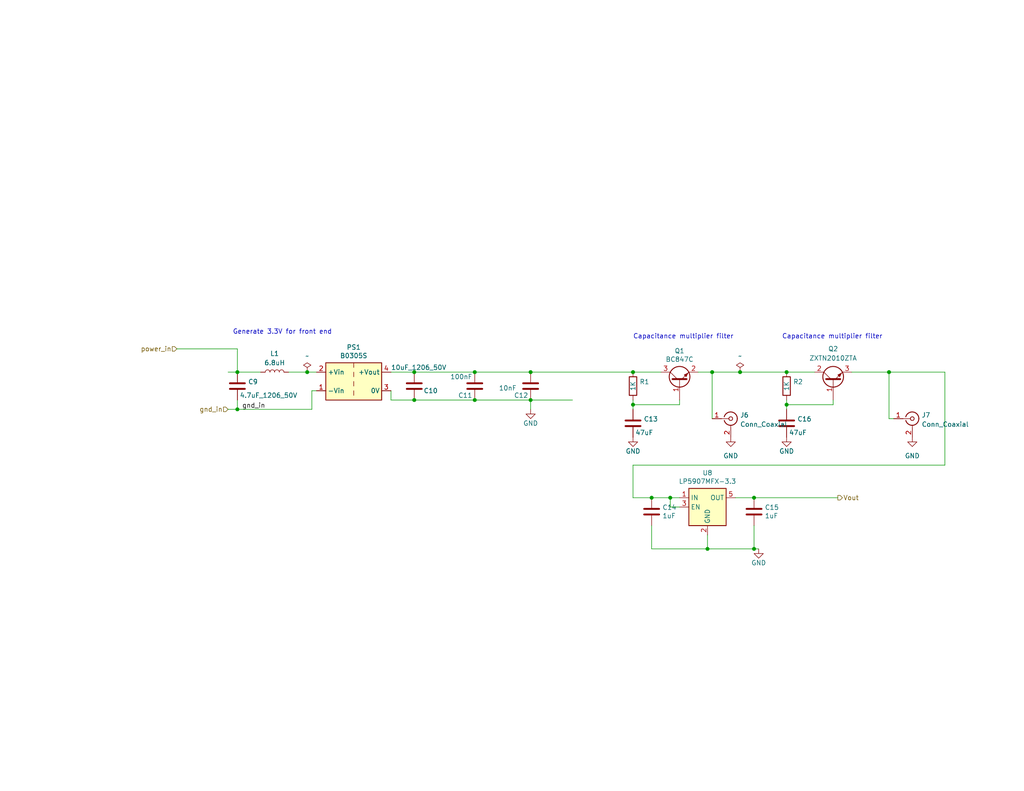
<source format=kicad_sch>
(kicad_sch (version 20230121) (generator eeschema)
  (paper "USLetter")
  (title_block (date "2023-08-21") (rev "9") (company "Boulder, CO 80305") (comment 1 "325 Broadway") (comment 2 "NIST") (comment 3 "Sae Woo Nam"))
  (lib_symbols
    (symbol "0JLC-6:10uF_1206_50V" (pin_numbers hide) (pin_names (offset 0.254))
      (property "Reference" "C" (at 0.635 2.54 0))
      (property "Value" "10uF_1206_50V" (at 0.635 -2.54 0))
      (symbol "10uF_1206_50V_0_1"
        (polyline (pts (xy -2.032 -0.762) (xy 2.032 -0.762)) (stroke (width 0.508)))
        (polyline (pts (xy -2.032 0.762) (xy 2.032 0.762)) (stroke (width 0.508)))
      )
      (symbol "10uF_1206_50V_1_1"
        (pin passive line (at 0 3.81 270) (length 2.794) (name "~") (number "1"))
        (pin passive line (at 0 -3.81 90) (length 2.794) (name "~") (number "2"))
      )
    )
    (symbol "0JLC-6:1K" (pin_numbers hide) (pin_names (offset 0))
      (property "Reference" "R" (at 2.032 0 90))
      (property "Value" "1K" (at 0 0 90))
      (symbol "1K_0_1"
        (rectangle (start -1.016 -2.54) (end 1.016 2.54) (stroke (width 0.254)))
      )
      (symbol "1K_1_1"
        (pin passive line (at 0 3.81 270) (length 1.27) (name "~") (number "1"))
        (pin passive line (at 0 -3.81 90) (length 1.27) (name "~") (number "2"))
      )
    )
    (symbol "0JLC-6:1uF" (pin_numbers hide) (pin_names (offset 0.254))
      (property "Reference" "C" (at 0.635 2.54 0))
      (property "Value" "1uF" (at 0.635 -2.54 0))
      (symbol "1uF_0_1"
        (polyline (pts (xy -2.032 -0.762) (xy 2.032 -0.762)) (stroke (width 0.508)))
        (polyline (pts (xy -2.032 0.762) (xy 2.032 0.762)) (stroke (width 0.508)))
      )
      (symbol "1uF_1_1"
        (pin passive line (at 0 3.81 270) (length 2.794) (name "~") (number "1"))
        (pin passive line (at 0 -3.81 90) (length 2.794) (name "~") (number "2"))
      )
    )
    (symbol "0JLC-6:4.7uF_1206_50V" (pin_numbers hide) (pin_names (offset 0.254))
      (property "Reference" "C" (at 0.635 2.54 0))
      (property "Value" "4.7uF_1206_50V" (at 0.635 -2.54 0))
      (symbol "4.7uF_1206_50V_0_1"
        (polyline (pts (xy -2.032 -0.762) (xy 2.032 -0.762)) (stroke (width 0.508)))
        (polyline (pts (xy -2.032 0.762) (xy 2.032 0.762)) (stroke (width 0.508)))
      )
      (symbol "4.7uF_1206_50V_1_1"
        (pin passive line (at 0 3.81 270) (length 2.794) (name "~") (number "1"))
        (pin passive line (at 0 -3.81 90) (length 2.794) (name "~") (number "2"))
      )
    )
    (symbol "0JLC-6:LP5907MFX-3.3"
      (property "Reference" "U" (at -3.81 6.35 0))
      (property "Value" "LP5907MFX-3.3" (at 6.35 6.35 0))
      (symbol "LP5907MFX-3.3_0_1"
        (rectangle (start -5.08 -5.08) (end 5.08 5.08) (stroke (width 0.254)) (fill (type background)))
        (pin power_in line (at -7.62 2.54 0) (length 2.54) (name "IN") (number "1"))
        (pin power_in line (at 0 -7.62 90) (length 2.54) (name "GND") (number "2"))
        (pin input line (at -7.62 0 0) (length 2.54) (name "EN") (number "3"))
        (pin no_connect line (at 5.08 0 180) (length 2.54) hide (name "NC") (number "4"))
        (pin power_out line (at 7.62 2.54 180) (length 2.54) (name "OUT") (number "5"))
      )
    )
    (symbol "0JLC-7:100nF" (pin_numbers hide) (pin_names (offset 0.254))
      (property "Reference" "C8" (at -3.81 -1.2701 0))
      (property "Value" "100nF" (at -3.81 1.2699 0))
      (symbol "100nF_0_1"
        (polyline (pts (xy -2.032 -0.762) (xy 2.032 -0.762)) (stroke (width 0.508)))
        (polyline (pts (xy -2.032 0.762) (xy 2.032 0.762)) (stroke (width 0.508)))
      )
      (symbol "100nF_1_1"
        (pin passive line (at 0 3.81 270) (length 2.794) (name "~") (number "1"))
        (pin passive line (at 0 -3.81 90) (length 2.794) (name "~") (number "2"))
      )
    )
    (symbol "0JLC-7:B0305S-1WR2-0my_power"
      (property "Reference" "PS?" (at 0 9.3218 0))
      (property "Value" "B0305S" (at 0 7.0104 0))
      (symbol "B0305S-1WR2-0my_power_0_0"
        (pin power_in line (at -10.16 -2.54 0) (length 2.54) (name "-Vin") (number "1"))
        (pin power_in line (at -10.16 2.54 0) (length 2.54) (name "+Vin") (number "2"))
        (pin power_out line (at 10.16 -2.54 180) (length 2.54) (name "0V") (number "3"))
        (pin power_out line (at 10.16 2.54 180) (length 2.54) (name "+Vout") (number "4"))
      )
      (symbol "B0305S-1WR2-0my_power_0_1"
        (rectangle (start -7.62 5.08) (end 7.62 -5.08) (stroke (width 0.254)) (fill (type background)))
        (polyline (pts (xy 0 -2.54) (xy 0 -3.81)))
        (polyline (pts (xy 0 0) (xy 0 -1.27)))
        (polyline (pts (xy 0 2.54) (xy 0 1.27)))
        (polyline (pts (xy 0 5.08) (xy 0 3.81)))
      )
    )
    (symbol "0JLC-7:L_6.8uH_NLCV32T" (pin_numbers hide) (pin_names (offset 1.016) hide)
      (property "Reference" "L?" (at 0 5.08 0))
      (property "Value" "6.8uH" (at 0 2.54 0))
      (symbol "L_6.8uH_NLCV32T_0_1"
        (arc (start -1.27 0) (mid -1.905 0.6323) (end -2.54 0))
        (arc (start 0 0) (mid -0.635 0.6323) (end -1.27 0))
        (arc (start 1.27 0) (mid 0.635 0.6323) (end 0 0))
        (arc (start 2.54 0) (mid 1.905 0.6323) (end 1.27 0))
      )
      (symbol "L_6.8uH_NLCV32T_1_1"
        (pin passive line (at -3.81 0 0) (length 1.27) (name "1") (number "1"))
        (pin passive line (at 3.81 0 180) (length 1.27) (name "2") (number "2"))
      )
    )
    (symbol "Connector:Conn_Coaxial" (pin_names (offset 1.016) hide)
      (property "Reference" "J" (at 0.254 3.048 0))
      (property "Value" "Conn_Coaxial" (at 2.921 0 90))
      (symbol "Conn_Coaxial_0_1"
        (arc (start -1.778 -0.508) (mid 0.2311 -1.8066) (end 1.778 0) (stroke (width 0.254)))
        (polyline (pts (xy -2.54 0) (xy -0.508 0)))
        (polyline (pts (xy 0 -2.54) (xy 0 -1.778)))
        (circle (center 0 0) (radius 0.508) (stroke (width 0.2032)))
        (arc (start 1.778 0) (mid 0.2099 1.8101) (end -1.778 0.508) (stroke (width 0.254)))
      )
      (symbol "Conn_Coaxial_1_1"
        (pin passive line (at -5.08 0 0) (length 2.54) (name "In") (number "1"))
        (pin passive line (at 0 -5.08 90) (length 2.54) (name "Ext") (number "2"))
      )
    )
    (symbol "Device:C" (pin_numbers hide) (pin_names (offset 0.254))
      (property "Reference" "C" (at 0.635 2.54 0))
      (property "Value" "C" (at 0.635 -2.54 0))
      (symbol "C_0_1"
        (polyline (pts (xy -2.032 -0.762) (xy 2.032 -0.762)) (stroke (width 0.508)))
        (polyline (pts (xy -2.032 0.762) (xy 2.032 0.762)) (stroke (width 0.508)))
      )
      (symbol "C_1_1"
        (pin passive line (at 0 3.81 270) (length 2.794) (name "~") (number "1"))
        (pin passive line (at 0 -3.81 90) (length 2.794) (name "~") (number "2"))
      )
    )
    (symbol "Device:Q_NPN_BCE" (pin_names (offset 0) hide)
      (property "Reference" "Q" (at 5.08 1.27 0))
      (property "Value" "Q_NPN_BCE" (at 5.08 -1.27 0))
      (symbol "Q_NPN_BCE_0_1"
        (polyline (pts (xy 0.635 0.635) (xy 2.54 2.54)))
        (polyline (pts (xy 0.635 -0.635) (xy 2.54 -2.54) (xy 2.54 -2.54)))
        (polyline (pts (xy 0.635 1.905) (xy 0.635 -1.905) (xy 0.635 -1.905)) (stroke (width 0.508)))
        (polyline (pts (xy 1.27 -1.778) (xy 1.778 -1.27) (xy 2.286 -2.286) (xy 1.27 -1.778) (xy 1.27 -1.778)) (fill (type outline)))
        (circle (center 1.27 0) (radius 2.8194) (stroke (width 0.254)))
      )
      (symbol "Q_NPN_BCE_1_1"
        (pin input line (at -5.08 0 0) (length 5.715) (name "B") (number "1"))
        (pin passive line (at 2.54 5.08 270) (length 2.54) (name "C") (number "2"))
        (pin passive line (at 2.54 -5.08 90) (length 2.54) (name "E") (number "3"))
      )
    )
    (symbol "Transistor_BJT:BC847" (pin_names (offset 0) hide)
      (property "Reference" "Q" (at 5.08 1.905 0))
      (property "Value" "BC847" (at 5.08 0 0))
      (symbol "BC847_0_1"
        (polyline (pts (xy 0.635 0.635) (xy 2.54 2.54)))
        (polyline (pts (xy 0.635 -0.635) (xy 2.54 -2.54) (xy 2.54 -2.54)))
        (polyline (pts (xy 0.635 1.905) (xy 0.635 -1.905) (xy 0.635 -1.905)) (stroke (width 0.508)))
        (polyline (pts (xy 1.27 -1.778) (xy 1.778 -1.27) (xy 2.286 -2.286) (xy 1.27 -1.778) (xy 1.27 -1.778)) (fill (type outline)))
        (circle (center 1.27 0) (radius 2.8194) (stroke (width 0.254)))
      )
      (symbol "BC847_1_1"
        (pin input line (at -5.08 0 0) (length 5.715) (name "B") (number "1"))
        (pin passive line (at 2.54 -5.08 90) (length 2.54) (name "E") (number "2"))
        (pin passive line (at 2.54 5.08 270) (length 2.54) (name "C") (number "3"))
      )
    )
    (symbol "power:GND" (power) (pin_names (offset 0))
      (property "Value" "GND" (at 0 -3.81 0))
      (symbol "GND_0_1"
        (polyline (pts (xy 0 0) (xy 0 -1.27) (xy 1.27 -1.27) (xy 0 -2.54) (xy -1.27 -1.27) (xy 0 -1.27)))
      )
      (symbol "GND_1_1"
        (pin power_in line (at 0 0 270) (length 0) hide (name "GND") (number "1"))
      )
    )
    (symbol "power:PWR_FLAG" (power) (pin_numbers hide) (pin_names (offset 0) hide)
      (property "Value" "PWR_FLAG" (at 0 3.81 0))
      (symbol "PWR_FLAG_0_0"
        (pin power_out line (at 0 0 90) (length 0) (name "pwr") (number "1"))
      )
      (symbol "PWR_FLAG_0_1"
        (polyline (pts (xy 0 0) (xy 0 1.27) (xy -1.016 1.905) (xy 0 2.54) (xy 1.016 1.905) (xy 0 1.27)))
      )
    )
  )
  (junction (at 113.03 109.22))
  (junction (at 129.54 109.22))
  (junction (at 64.77 111.76))
  (junction (at 182.88 135.89))
  (junction (at 194.31 101.6))
  (junction (at 205.74 135.89))
  (junction (at 113.03 101.6))
  (junction (at 144.78 101.6))
  (junction (at 144.78 109.22))
  (junction (at 64.77 101.6))
  (junction (at 242.57 101.6))
  (junction (at 193.04 149.86))
  (junction (at 172.72 110.49))
  (junction (at 172.72 101.6))
  (junction (at 129.54 101.6))
  (junction (at 214.63 101.6))
  (junction (at 205.74 149.86))
  (junction (at 83.82 101.6))
  (junction (at 201.93 101.6))
  (junction (at 214.63 110.49))
  (junction (at 177.8 135.89))
  (wire (pts (xy 172.72 110.49) (xy 185.42 110.49)))
  (wire (pts (xy 227.33 109.22) (xy 227.33 110.49)))
  (wire (pts (xy 185.42 110.49) (xy 185.42 109.22)))
  (wire (pts (xy 257.81 101.6) (xy 257.81 127)))
  (wire (pts (xy 62.23 111.76) (xy 64.77 111.76)))
  (wire (pts (xy 214.63 109.22) (xy 214.63 110.49)))
  (wire (pts (xy 177.8 149.86) (xy 177.8 143.51)))
  (wire (pts (xy 214.63 110.49) (xy 214.63 111.76)))
  (wire (pts (xy 242.57 114.3) (xy 243.84 114.3)))
  (wire (pts (xy 242.57 101.6) (xy 242.57 114.3)))
  (wire (pts (xy 129.54 109.22) (xy 113.03 109.22)))
  (wire (pts (xy 106.68 109.22) (xy 113.03 109.22)))
  (wire (pts (xy 205.74 135.89) (xy 228.6 135.89)))
  (wire (pts (xy 62.23 101.6) (xy 64.77 101.6)))
  (wire (pts (xy 182.88 135.89) (xy 185.42 135.89)))
  (wire (pts (xy 205.74 149.86) (xy 207.01 149.86)))
  (wire (pts (xy 172.72 101.6) (xy 180.34 101.6)))
  (wire (pts (xy 242.57 101.6) (xy 257.81 101.6)))
  (wire (pts (xy 64.77 101.6) (xy 71.12 101.6)))
  (wire (pts (xy 129.54 101.6) (xy 144.78 101.6)))
  (wire (pts (xy 64.77 101.6) (xy 64.77 95.25)))
  (wire (pts (xy 205.74 135.89) (xy 200.66 135.89)))
  (wire (pts (xy 194.31 101.6) (xy 201.93 101.6)))
  (wire (pts (xy 172.72 135.89) (xy 177.8 135.89)))
  (wire (pts (xy 172.72 110.49) (xy 172.72 111.76)))
  (wire (pts (xy 201.93 101.6) (xy 214.63 101.6)))
  (wire (pts (xy 182.88 135.89) (xy 182.88 138.43)))
  (wire (pts (xy 113.03 101.6) (xy 129.54 101.6)))
  (wire (pts (xy 172.72 109.22) (xy 172.72 110.49)))
  (wire (pts (xy 257.81 127) (xy 172.72 127)))
  (wire (pts (xy 83.82 101.6) (xy 86.36 101.6)))
  (wire (pts (xy 214.63 110.49) (xy 227.33 110.49)))
  (wire (pts (xy 177.8 135.89) (xy 182.88 135.89)))
  (wire (pts (xy 64.77 95.25) (xy 48.26 95.25)))
  (wire (pts (xy 194.31 114.3) (xy 194.31 101.6)))
  (wire (pts (xy 129.54 109.22) (xy 144.78 109.22)))
  (wire (pts (xy 86.36 106.68) (xy 85.09 106.68)))
  (wire (pts (xy 85.09 111.76) (xy 64.77 111.76)))
  (wire (pts (xy 205.74 143.51) (xy 205.74 149.86)))
  (wire (pts (xy 106.68 101.6) (xy 113.03 101.6)))
  (wire (pts (xy 232.41 101.6) (xy 242.57 101.6)))
  (wire (pts (xy 144.78 101.6) (xy 172.72 101.6)))
  (wire (pts (xy 193.04 149.86) (xy 177.8 149.86)))
  (wire (pts (xy 193.04 146.05) (xy 193.04 149.86)))
  (wire (pts (xy 64.77 109.22) (xy 64.77 111.76)))
  (wire (pts (xy 144.78 111.76) (xy 144.78 109.22)))
  (wire (pts (xy 78.74 101.6) (xy 83.82 101.6)))
  (wire (pts (xy 214.63 101.6) (xy 222.25 101.6)))
  (wire (pts (xy 193.04 149.86) (xy 205.74 149.86)))
  (wire (pts (xy 144.78 109.22) (xy 156.21 109.22)))
  (wire (pts (xy 182.88 138.43) (xy 185.42 138.43)))
  (wire (pts (xy 85.09 106.68) (xy 85.09 111.76)))
  (wire (pts (xy 106.68 106.68) (xy 106.68 109.22)))
  (wire (pts (xy 172.72 127) (xy 172.72 135.89)))
  (wire (pts (xy 190.5 101.6) (xy 194.31 101.6)))
  (text "Generate 3.3V for front end" (at 63.5 91.44 0) (effects (font (size 1.27 1.27)) (justify left bottom)))
  (text "Capacitance multiplier filter" (at 172.72 92.71 0) (effects (font (size 1.27 1.27)) (justify left bottom)))
  (text "Capacitance multiplier filter" (at 213.36 92.71 0) (effects (font (size 1.27 1.27)) (justify left bottom)))
  (label "gnd_in" (at 66.04 111.76 0))
  (hierarchical_label "gnd_in" (shape input) (at 62.23 111.76 180))
  (hierarchical_label "Vout" (shape output) (at 228.6 135.89 0))
  (hierarchical_label "power_in" (shape input) (at 48.26 95.25 180))
  (symbol (lib_id "0JLC-7:100nF") (at 129.54 105.41 180) (unit 1)
    (property "Reference" "C11" (at 128.905 107.95 0) (effects (justify left)))
    (property "Value" "100nF" (at 128.905 102.87 0) (effects (justify left)))
    (property "Footprint" "Capacitor_SMD:C_0603_1608Metric_Pad1.08x0.95mm_HandSolder" (effects hide))
    (property "MFR" "Samsung" (effects hide))
    (property "MPN" "CC0603KRX7R9BB104" (effects hide))
    (property "SPURL" "-" (effects hide))
    (property "LCSC" "C14663" (effects hide))
    (instances (project "uart_mux_v3" (path "" (reference "C11") (unit 1))) (project "sq_lockin_v9" (path "" (reference "C34") (unit 1))))
  )
  (symbol (lib_id "Device:C") (at 144.78 105.41 180) (unit 1)
    (property "Reference" "C12" (at 144.145 107.95 0) (effects (justify left)))
    (property "Value" "10nF" (at 140.97 106.68 0) (effects (justify left top)))
    (property "Footprint" "Capacitor_SMD:C_0603_1608Metric_Pad1.08x0.95mm_HandSolder" (effects hide))
    (property "Datasheet" "0603B103K500NT" (effects hide))
    (property "MFR" "Samsung" (effects hide))
    (property "MPN" "0603B103K500NT" (effects hide))
    (property "LCSC" "C57112" (effects hide))
    (property "SPURL" "-" (effects hide))
    (instances (project "uart_mux_v3" (path "" (reference "C12") (unit 1))) (project "sq_lockin_v9" (path "" (reference "C36") (unit 1))))
  )
  (symbol (lib_id "power:GND") (at 144.78 111.76 0) (unit 1)
    (property "Reference" "#PWR027" (effects hide))
    (property "Value" "~" (at 144.78 115.57 0))
    (instances (project "uart_mux_v3" (path "" (reference "#PWR027") (unit 1))) (project "sq_lockin_v9" (path "" (reference "#PWR058") (unit 1))))
  )
  (symbol (lib_id "power:GND") (at 172.72 119.38 0) (unit 1)
    (property "Reference" "#PWR028" (effects hide))
    (property "Value" "~" (at 172.72 123.19 0))
    (instances (project "uart_mux_v3" (path "" (reference "#PWR028") (unit 1))) (project "sq_lockin_v9" (path "" (reference "#PWR060") (unit 1))))
  )
  (symbol (lib_id "Transistor_BJT:BC847") (at 185.42 104.14 90) (unit 1)
    (property "Reference" "Q1" (at 185.42 95.8088 90))
    (property "Value" "BC847C" (at 185.42 98.1202 90))
    (property "Footprint" "Package_TO_SOT_SMD:SOT-23" (effects hide))
    (property "Datasheet" "http://www.infineon.com/dgdl/Infineon-BC847SERIES_BC848SERIES_BC849SERIES_BC850SERIES-DS-v01_01-en.pdf?fileId=db3a304314dca389011541d4630a1657" (effects hide))
    (property "MPN" "BC847C,215" (effects hide))
    (property "LCSC" "C8664" (effects hide))
    (property "JLCPCB Rotation Offset" "180" (effects hide))
  )
  (symbol (lib_id "0JLC-7:B0305S-1WR2-0my_power") (at 96.52 104.14 0) (unit 1)
    (property "Reference" "PS1" (at 96.52 94.8182 0))
    (property "Value" "B0305S" (at 96.52 97.1296 0))
    (property "Footprint" "Converter_DCDC:Converter_DCDC_Murata_MEE1SxxxxSC_THT" (effects hide))
    (property "LCSC" "C909802" (effects hide))
    (property "MPN" "B0305S" (effects hide))
    (property "Field5" "C7465186 ; C80854" (effects hide))
    (property "JLCPCB Rotation Offset" "90" (effects hide))
    (property "JLCPCB Position Offset" "-3.81,0" (effects hide))
  )
  (symbol (lib_id "0JLC-7:L_6.8uH_NLCV32T") (at 74.93 101.6 0) (mirror y) (unit 1)
    (property "Reference" "L1" (at 74.93 96.52 0))
    (property "Value" "6.8uH" (at 74.93 99.06 0))
    (property "Footprint" "Inductor_SMD:L_1210_3225Metric_Pad1.42x2.65mm_HandSolder" (effects hide))
    (property "MPN" "NLCV32T-6R8M-PFR" (effects hide))
    (property "LCSC" "C87558" (effects hide))
    (property "Field5" "C87558 ; C87559" (effects hide))
  )
  (symbol (lib_id "0JLC-6:10uF_1206_50V") (at 113.03 105.41 0) (unit 1)
    (property "Reference" "C10" (at 115.57 106.68 0) (effects (justify left)))
    (property "Value" "10uF_1206_50V" (at 106.68 100.33 0) (effects (justify left)))
    (property "Footprint" "Capacitor_SMD:C_1206_3216Metric_Pad1.33x1.80mm_HandSolder" (effects hide))
    (property "LCSC" "C13585" (effects hide))
    (property "MPN" "CL31A106KBHNNNE" (effects hide))
    (instances (project "uart_mux_v3" (path "" (reference "C10") (unit 1))) (project "sq_lockin_v9" (path "" (reference "C32") (unit 1))))
  )
  (symbol (lib_id "0JLC-6:4.7uF_1206_50V") (at 64.77 105.41 0) (unit 1)
    (property "Reference" "C9" (at 67.691 104.2416 0) (effects (justify left)))
    (property "Value" "4.7uF_1206_50V" (at 65.405 107.95 0) (effects (justify left)))
    (property "Footprint" "Capacitor_SMD:C_1206_3216Metric_Pad1.33x1.80mm_HandSolder" (effects hide))
    (property "LCSC" "C29823" (effects hide))
    (property "MPN" "1206B475K500NT" (effects hide))
    (instances (project "uart_mux_v3" (path "" (reference "C9") (unit 1))) (project "sq_lockin_v9" (path "" (reference "C29") (unit 1))))
  )
  (symbol (lib_id "0JLC-6:1K") (at 172.72 105.41 0) (unit 1)
    (property "Reference" "R1" (at 174.498 104.2416 0) (effects (justify left)))
    (property "Value" "1K" (at 172.72 105.41 90))
    (property "Footprint" "Resistor_SMD:R_0603_1608Metric_Pad0.98x0.95mm_HandSolder" (effects hide))
    (property "LCSC" "C21190" (effects hide))
    (property "MPN" "0603WAF1001T5E" (effects hide))
    (instances (project "uart_mux_v3" (path "" (reference "R1") (unit 1))) (project "sq_lockin_v9" (path "" (reference "R19") (unit 1))))
  )
  (symbol (lib_id "Device:C") (at 172.72 115.57 0) (unit 1)
    (property "Reference" "C13" (at 175.641 114.4016 0) (effects (justify left)))
    (property "Value" "47uF" (at 173.355 118.11 0) (effects (justify left)))
    (property "Footprint" "Capacitor_SMD:C_1210_3225Metric_Pad1.33x2.70mm_HandSolder" (effects hide))
    (property "LCSC" "C84494" (effects hide))
    (property "MPN" "GRM32ER71A476KE15L" (effects hide))
    (instances (project "uart_mux_v3" (path "" (reference "C13") (unit 1))) (project "sq_lockin_v9" (path "" (reference "C38") (unit 1))))
  )
  (symbol (lib_id "power:PWR_FLAG") (at 83.82 101.6 0) (unit 1)
    (property "Reference" "#FLG03" (effects hide))
    (property "Value" "~" (at 83.82 97.2058 0))
    (instances (project "uart_mux_v3" (path "" (reference "#FLG03") (unit 1))) (project "sq_lockin_v9" (path "" (reference "#FLG06") (unit 1))))
  )
  (symbol (lib_id "0JLC-6:1uF") (at 205.74 139.7 0) (unit 1)
    (property "Reference" "C15" (at 208.661 138.5316 0) (effects (justify left)))
    (property "Value" "1uF" (at 208.661 140.843 0) (effects (justify left)))
    (property "Footprint" "Capacitor_SMD:C_0603_1608Metric_Pad1.08x0.95mm_HandSolder" (effects hide))
    (property "LCSC" "C15849" (effects hide))
    (property "MPN" "CL10A105KB8NNNC" (effects hide))
  )
  (symbol (lib_id "power:GND") (at 214.63 119.38 0) (unit 1)
    (property "Reference" "#PWR031" (effects hide))
    (property "Value" "~" (at 214.63 123.19 0))
    (instances (project "uart_mux_v3" (path "" (reference "#PWR031") (unit 1))) (project "sq_lockin_v9" (path "" (reference "#PWR062") (unit 1))))
  )
  (symbol (lib_id "power:GND") (at 248.92 119.38 0) (unit 1)
    (property "Reference" "#PWR032" (effects hide))
    (property "Value" "GND" (at 248.92 124.46 0))
    (property "Footprint" "Connector_Coaxial:U.FL_Hirose_U.FL-R-SMT-1_Vertical" (effects hide))
    (instances (project "uart_mux_v3" (path "" (reference "#PWR032") (unit 1))) (project "sq_lockin_v9" (path "" (reference "#PWR063") (unit 1))))
  )
  (symbol (lib_id "0JLC-6:1uF") (at 177.8 139.7 0) (unit 1)
    (property "Reference" "C14" (at 180.721 138.5316 0) (effects (justify left)))
    (property "Value" "1uF" (at 180.721 140.843 0) (effects (justify left)))
    (property "Footprint" "Capacitor_SMD:C_0603_1608Metric_Pad1.08x0.95mm_HandSolder" (effects hide))
    (property "LCSC" "C15849" (effects hide))
    (property "MPN" "CL10A105KB8NNNC" (effects hide))
  )
  (symbol (lib_id "power:GND") (at 207.01 149.86 0) (unit 1)
    (property "Reference" "#PWR030" (effects hide))
    (property "Value" "GND" (at 207.01 153.67 0))
  )
  (symbol (lib_id "power:GND") (at 199.39 119.38 0) (unit 1)
    (property "Reference" "#PWR029" (effects hide))
    (property "Value" "GND" (at 199.39 124.46 0))
    (property "Footprint" "Connector_Coaxial:U.FL_Hirose_U.FL-R-SMT-1_Vertical" (effects hide))
    (instances (project "uart_mux_v3" (path "" (reference "#PWR029") (unit 1))) (project "sq_lockin_v9" (path "" (reference "#PWR061") (unit 1))))
  )
  (symbol (lib_id "0JLC-6:1K") (at 214.63 105.41 0) (unit 1)
    (property "Reference" "R2" (at 216.408 104.2416 0) (effects (justify left)))
    (property "Value" "1K" (at 214.63 105.41 90))
    (property "Footprint" "Resistor_SMD:R_0603_1608Metric_Pad0.98x0.95mm_HandSolder" (effects hide))
    (property "LCSC" "C21190" (effects hide))
    (property "MPN" "0603WAF1001T5E" (effects hide))
    (instances (project "uart_mux_v3" (path "" (reference "R2") (unit 1))) (project "sq_lockin_v9" (path "" (reference "R20") (unit 1))))
  )
  (symbol (lib_id "0JLC-6:LP5907MFX-3.3") (at 193.04 138.43 0) (unit 1)
    (property "Reference" "U8" (at 193.04 129.1082 0))
    (property "Value" "LP5907MFX-3.3" (at 193.04 131.4196 0))
    (property "Footprint" "Package_TO_SOT_SMD:SOT-23-5" (effects hide))
    (property "Datasheet" "http://www.ti.com/lit/ds/symlink/lp5907.pdf" (effects hide))
    (property "LCSC" "C80670" (effects hide))
    (property "MPN" "LP5907MFX-3.3/NOPB" (effects hide))
    (property "JLCPCB Rotation Offset" "180" (effects hide))
  )
  (symbol (lib_id "Connector:Conn_Coaxial") (at 199.39 114.3 0) (unit 1)
    (property "Reference" "J6" (at 201.93 113.3231 0) (effects (justify left)))
    (property "Value" "Conn_Coaxial" (at 201.93 115.8631 0) (effects (justify left)))
    (property "Footprint" "Connector_Coaxial:U.FL_Hirose_U.FL-R-SMT-1_Vertical" (effects hide))
    (property "Datasheet" " ~" (effects hide))
    (property "LCSC" "C5137195" (effects hide))
    (instances (project "uart_mux_v3" (path "" (reference "J6") (unit 1))) (project "sq_lockin_v9" (path "" (reference "J12") (unit 1))))
  )
  (symbol (lib_id "Connector:Conn_Coaxial") (at 248.92 114.3 0) (unit 1)
    (property "Reference" "J7" (at 251.46 113.3231 0) (effects (justify left)))
    (property "Value" "Conn_Coaxial" (at 251.46 115.8631 0) (effects (justify left)))
    (property "Footprint" "Connector_Coaxial:U.FL_Hirose_U.FL-R-SMT-1_Vertical" (effects hide))
    (property "Datasheet" " ~" (effects hide))
    (property "LCSC" "C5137195" (effects hide))
    (instances (project "uart_mux_v3" (path "" (reference "J7") (unit 1))) (project "sq_lockin_v9" (path "" (reference "J13") (unit 1))))
  )
  (symbol (lib_id "power:PWR_FLAG") (at 201.93 101.6 0) (unit 1)
    (property "Reference" "#FLG04" (effects hide))
    (property "Value" "~" (at 201.93 97.2058 0))
    (instances (project "uart_mux_v3" (path "" (reference "#FLG04") (unit 1))) (project "sq_lockin_v9" (path "" (reference "#FLG08") (unit 1))))
  )
  (symbol (lib_id "Device:Q_NPN_BCE") (at 227.33 104.14 90) (unit 1)
    (property "Reference" "Q2" (at 227.33 95.25 90))
    (property "Value" "ZXTN2010ZTA" (at 227.33 97.79 90))
    (property "Footprint" "Package_TO_SOT_SMD:SOT-89-3" (effects hide))
    (property "LCSC" "C122575" (effects hide))
    (property "JLCPCB Rotation Offset" "180" (effects hide))
    (instances (project "uart_mux_v3" (path "" (reference "Q2") (unit 1)) (path "" (reference "Q7") (unit 1))) (project "sq_lockin_v9" (path "" (reference "Q2") (unit 1))))
  )
  (symbol (lib_id "Device:C") (at 214.63 115.57 0) (unit 1)
    (property "Reference" "C16" (at 217.551 114.4016 0) (effects (justify left)))
    (property "Value" "47uF" (at 215.265 118.11 0) (effects (justify left)))
    (property "Footprint" "Capacitor_SMD:C_1210_3225Metric_Pad1.33x2.70mm_HandSolder" (effects hide))
    (property "LCSC" "C84494" (effects hide))
    (property "MPN" "GRM32ER71A476KE15L" (effects hide))
    (instances (project "uart_mux_v3" (path "" (reference "C16") (unit 1))) (project "sq_lockin_v9" (path "" (reference "C39") (unit 1))))
  )
)
</source>
